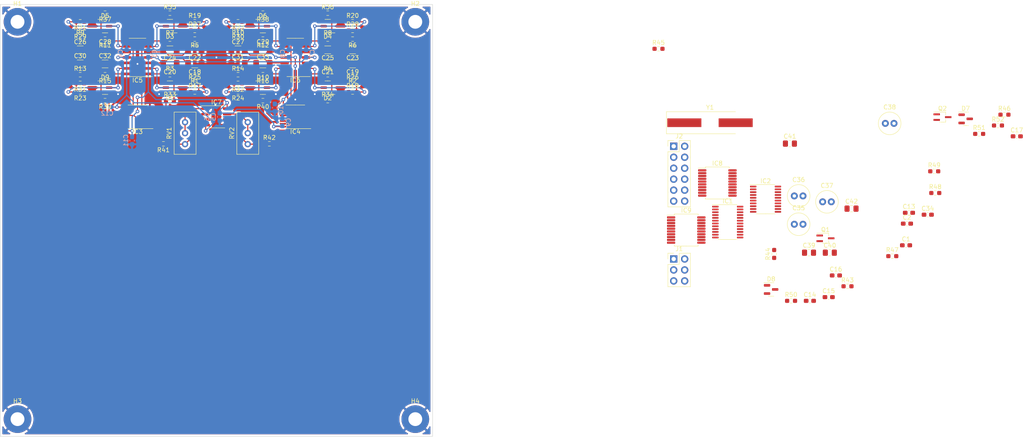
<source format=kicad_pcb>
(kicad_pcb (version 20211014) (generator pcbnew)
  (layers (0 "F.Cu" signal) (31 "B.Cu" signal) (34 "B.Paste" user) (35 "F.Paste" user) (36 "B.SilkS" user "B.Silkscreen") (37 "F.SilkS" user "F.Silkscreen") (38 "B.Mask" user) (39 "F.Mask" user) (44 "Edge.Cuts" user))
  (net 0 "")
  (net 1 "+5VD")
  (net 2 "GND")
  (net 3 "+5VA")
  (net 4 "-5VA")
  (net 5 "Net-(C13-Pad2)")
  (net 6 "Net-(C14-Pad2)")
  (net 7 "+3V3")
  (net 8 "Net-(C18-Pad2)")
  (net 9 "Net-(C19-Pad2)")
  (net 10 "Net-(C20-Pad1)")
  (net 11 "Net-(C21-Pad1)")
  (net 12 "Net-(C22-Pad2)")
  (net 13 "Net-(C23-Pad2)")
  (net 14 "Net-(C24-Pad1)")
  (net 15 "Net-(C25-Pad1)")
  (net 16 "Net-(C26-Pad2)")
  (net 17 "Net-(C27-Pad2)")
  (net 18 "Net-(C28-Pad1)")
  (net 19 "Net-(C29-Pad1)")
  (net 20 "Net-(C30-Pad2)")
  (net 21 "Net-(C31-Pad2)")
  (net 22 "Net-(C32-Pad1)")
  (net 23 "Net-(C33-Pad1)")
  (net 24 "Net-(C34-Pad1)")
  (net 25 "Net-(C34-Pad2)")
  (net 26 "/T1")
  (net 27 "/T1R")
  (net 28 "/T1T")
  (net 29 "/T2")
  (net 30 "/T2R")
  (net 31 "/T2T")
  (net 32 "Net-(D1-Pad1)")
  (net 33 "Net-(D1-Pad3)")
  (net 34 "Net-(D2-Pad1)")
  (net 35 "Net-(D2-Pad3)")
  (net 36 "Net-(D3-Pad1)")
  (net 37 "Net-(D3-Pad3)")
  (net 38 "Net-(D4-Pad1)")
  (net 39 "Net-(D4-Pad3)")
  (net 40 "Net-(D5-Pad1)")
  (net 41 "Net-(D5-Pad3)")
  (net 42 "Net-(D6-Pad1)")
  (net 43 "Net-(D6-Pad3)")
  (net 44 "Net-(D9-Pad1)")
  (net 45 "Net-(D9-Pad3)")
  (net 46 "Net-(D10-Pad1)")
  (net 47 "Net-(D10-Pad3)")
  (net 49 "/A1")
  (net 50 "Net-(IC1-Pad4)")
  (net 51 "Net-(IC1-Pad5)")
  (net 52 "Net-(IC1-Pad6)")
  (net 53 "Net-(IC1-Pad7)")
  (net 54 "Net-(IC1-Pad8)")
  (net 55 "Net-(IC1-Pad9)")
  (net 56 "Net-(IC1-Pad10)")
  (net 57 "Net-(IC1-Pad11)")
  (net 58 "/DA1")
  (net 59 "/DA2")
  (net 60 "/DA3")
  (net 61 "/DA4")
  (net 62 "/DB1")
  (net 63 "/DB2")
  (net 64 "/DB3")
  (net 65 "/DB4")
  (net 66 "/A0")
  (net 67 "/SCL")
  (net 68 "/SDA")
  (net 69 "/620B")
  (net 70 "/480B")
  (net 71 "/440B")
  (net 72 "/350B")
  (net 73 "/620A")
  (net 74 "/480A")
  (net 75 "/440A")
  (net 76 "/350A")
  (net 77 "Net-(IC3-Pad1)")
  (net 78 "Net-(IC3-Pad11)")
  (net 79 "Net-(IC3-Pad4)")
  (net 80 "Net-(IC3-Pad10)")
  (net 81 "Net-(IC3-Pad13)")
  (net 82 "Net-(IC4-Pad1)")
  (net 83 "Net-(IC4-Pad11)")
  (net 84 "Net-(IC4-Pad4)")
  (net 85 "Net-(IC4-Pad10)")
  (net 86 "Net-(IC4-Pad13)")
  (net 87 "Net-(IC7-Pad2)")
  (net 88 "Net-(IC7-Pad6)")
  (net 89 "Net-(IC8-Pad1)")
  (net 90 "Net-(IC8-Pad2)")
  (net 91 "Net-(IC8-Pad3)")
  (net 92 "Net-(IC8-Pad8)")
  (net 93 "/DH1")
  (net 94 "Net-(IC8-Pad18)")
  (net 95 "Net-(IC9-Pad1)")
  (net 96 "Net-(IC9-Pad2)")
  (net 97 "Net-(IC9-Pad3)")
  (net 99 "/DH2")
  (net 100 "Net-(IC9-Pad18)")
  (net 101 "/TI1")
  (net 102 "/TI2")
  (footprint "Package_TO_SOT_SMD:SOT-23" (layer "F.Cu") (at 78.25 36.75)
    (fp_text reference "D10")
    (fp_text value "PMBD7000")
  )
  (footprint "Resistor_SMD:R_0603_1608Metric_Pad0.98x0.95mm_HandSolder" (layer "F.Cu") (at 99 23.5)
    (fp_text reference "R28")
    (fp_text value "4.7k")
  )
  (footprint "Resistor_SMD:R_0603_1608Metric_Pad0.98x0.95mm_HandSolder" (layer "F.Cu") (at 72.5 25.5)
    (fp_text reference "R10")
    (fp_text value "3.32k")
  )
  (footprint "Connector_PinHeader_2.54mm:PinHeader_2x06_P2.54mm_Vertical" (layer "F.Cu") (at 173.26 50.32)
    (fp_text reference "J2")
    (fp_text value "Power + Control")
  )
  (footprint "Resistor_SMD:R_0603_1608Metric_Pad0.98x0.95mm_HandSolder" (layer "F.Cu") (at 55.25 49.75 180)
    (fp_text reference "R41")
    (fp_text value "100k")
  )
  (footprint "Package_SO:SOIC-14_3.9x8.7mm_P1.27mm" (layer "F.Cu") (at 49.25 29.75 180)
    (fp_text reference "IC5")
    (fp_text value "TL074*DT")
  )
  (footprint "Capacitor_SMD:C_1206_3216Metric_Pad1.33x1.80mm_HandSolder" (layer "F.Cu") (at 41.75 28)
    (fp_text reference "C28")
    (fp_text value ".1u")
  )
  (footprint "Potentiometer_THT:Potentiometer_Bourns_3296W_Vertical" (layer "F.Cu") (at 60.25 44.75 90)
    (fp_text reference "RV1")
    (fp_text value "500K")
  )
  (footprint "Resistor_SMD:R_0603_1608Metric_Pad0.98x0.95mm_HandSolder" (layer "F.Cu") (at 72.5 35.75 180)
    (fp_text reference "R32")
    (fp_text value "4.7k")
  )
  (footprint "Resistor_SMD:R_0603_1608Metric_Pad0.98x0.95mm_HandSolder" (layer "F.Cu") (at 78.25 33.75 180)
    (fp_text reference "R16")
    (fp_text value "2.55k")
  )
  (footprint "Capacitor_SMD:C_0603_1608Metric_Pad1.08x0.95mm_HandSolder" (layer "F.Cu") (at 227 73.25)
    (fp_text reference "C1")
    (fp_text value ".1u")
  )
  (footprint "Capacitor_SMD:C_1206_3216Metric_Pad1.33x1.80mm_HandSolder" (layer "F.Cu") (at 62.5 28 180)
    (fp_text reference "C22")
    (fp_text value ".1u")
  )
  (footprint "MountingHole:MountingHole_3.2mm_M3_Pad" (layer "F.Cu") (at 113.5 21.5)
    (fp_text reference "H2")
    (fp_text value "M3")
  )
  (footprint "Resistor_SMD:R_0603_1608Metric_Pad0.98x0.95mm_HandSolder" (layer "F.Cu") (at 196.5 75.25 90)
    (fp_text reference "R44")
    (fp_text value "100k")
  )
  (footprint "Package_SO:TSSOP-16_4.4x5mm_P0.65mm" (layer "F.Cu") (at 49.25 43.5 180)
    (fp_text reference "IC3")
    (fp_text value "74HC4316")
  )
  (footprint "Resistor_SMD:R_0603_1608Metric_Pad0.98x0.95mm_HandSolder" (layer "F.Cu") (at 62.5 37.75)
    (fp_text reference "R17")
    (fp_text value "2.2k")
  )
  (footprint "MountingHole:MountingHole_3.2mm_M3_Pad" (layer "F.Cu") (at 113.5 113.5)
    (fp_text reference "H4")
    (fp_text value "M3")
  )
  (footprint "Resistor_SMD:R_0603_1608Metric_Pad0.98x0.95mm_HandSolder" (layer "F.Cu") (at 62.5 21.5)
    (fp_text reference "R19")
    (fp_text value "2.2k")
  )
  (footprint "Package_TO_SOT_SMD:SOT-23" (layer "F.Cu") (at 93.25 36.75 180)
    (fp_text reference "D2")
    (fp_text value "PMBD7000")
  )
  (footprint "Resistor_SMD:R_0603_1608Metric_Pad0.98x0.95mm_HandSolder" (layer "F.Cu") (at 56.75 25.5)
    (fp_text reference "R7")
    (fp_text value "3.6k")
  )
  (footprint "Capacitor_THT:C_Radial_D5.0mm_H11.0mm_P2.00mm" (layer "F.Cu") (at 201.16 61.82)
    (fp_text reference "C36")
    (fp_text value "2.2u")
  )
  (footprint "Resistor_SMD:R_0603_1608Metric_Pad0.98x0.95mm_HandSolder" (layer "F.Cu") (at 249.76 43)
    (fp_text reference "R46")
    (fp_text value "100k")
  )
  (footprint "Capacitor_SMD:C_0603_1608Metric_Pad1.08x0.95mm_HandSolder" (layer "F.Cu") (at 227.21 68.23)
    (fp_text reference "C2")
    (fp_text value ".1u")
  )
  (footprint "Capacitor_SMD:C_0805_2012Metric_Pad1.18x1.45mm_HandSolder" (layer "F.Cu") (at 209.37 74.96)
    (fp_text reference "C40")
    (fp_text value "10u")
  )
  (footprint "Resistor_SMD:R_0603_1608Metric_Pad0.98x0.95mm_HandSolder" (layer "F.Cu") (at 36 35.75 180)
    (fp_text reference "R31")
    (fp_text value "4.7k")
  )
  (footprint "Package_TO_SOT_SMD:SOT-23" (layer "F.Cu") (at 93.25 22.5 180)
    (fp_text reference "D4")
    (fp_text value "PMBD7000")
  )
  (footprint "Resistor_SMD:R_0603_1608Metric_Pad0.98x0.95mm_HandSolder" (layer "F.Cu") (at 99 25.5 180)
    (fp_text reference "R6")
    (fp_text value "3.6k")
  )
  (footprint "Capacitor_SMD:C_1206_3216Metric_Pad1.33x1.80mm_HandSolder" (layer "F.Cu") (at 93.25 28 180)
    (fp_text reference "C25")
    (fp_text value ".1u")
  )
  (footprint "Package_TO_SOT_SMD:SOT-323_SC-70_Handsoldering" (layer "F.Cu") (at 208.36 71.63)
    (fp_text reference "Q1")
    (fp_text value "XP231N02013R-G")
  )
  (footprint "Resistor_SMD:R_0603_1608Metric_Pad0.98x0.95mm_HandSolder" (layer "F.Cu") (at 169.75 27.75)
    (fp_text reference "R45")
    (fp_text value "100k")
  )
  (footprint "Resistor_SMD:R_0603_1608Metric_Pad0.98x0.95mm_HandSolder" (layer "F.Cu") (at 72.5 37.75 180)
    (fp_text reference "R24")
    (fp_text value "2.2k")
  )
  (footprint "Capacitor_SMD:C_0805_2012Metric_Pad1.18x1.45mm_HandSolder" (layer "F.Cu") (at 214.39 64.76)
    (fp_text reference "C42")
    (fp_text value "10u")
  )
  (footprint "Capacitor_SMD:C_0603_1608Metric_Pad1.08x0.95mm_HandSolder" (layer "F.Cu") (at 252.61 48.02)
    (fp_text reference "C17")
    (fp_text value ".1u")
  )
  (footprint "Resistor_SMD:R_0603_1608Metric_Pad0.98x0.95mm_HandSolder" (layer "F.Cu") (at 41.75 25.5 180)
    (fp_text reference "R11")
    (fp_text value "3.32k")
  )
  (footprint "Resistor_SMD:R_0603_1608Metric_Pad0.98x0.95mm_HandSolder" (layer "F.Cu") (at 41.75 19.5 180)
    (fp_text reference "R37")
    (fp_text value "100k")
  )
  (footprint "Capacitor_SMD:C_0603_1608Metric_Pad1.08x0.95mm_HandSolder" (layer "F.Cu") (at 209.11 85.25)
    (fp_text reference "C15")
    (fp_text value ".1u")
  )
  (footprint "MountingHole:MountingHole_3.2mm_M3_Pad" (layer "F.Cu") (at 21.5 21.5)
    (fp_text reference "H1")
    (fp_text value "M3")
  )
  (footprint "Package_SO:TSSOP-24_4.4x7.8mm_P0.65mm" (layer "F.Cu") (at 185.76 67.87)
    (fp_text reference "IC1")
    (fp_text value "XRA1203IG24TR-F")
  )
  (footprint "Resistor_SMD:R_0603_1608Metric_Pad0.98x0.95mm_HandSolder" (layer "F.Cu") (at 93.25 39.75)
    (fp_text reference "R34")
    (fp_text value "100k")
  )
  (footprint "Package_TO_SOT_SMD:SOT-323_SC-70_Handsoldering" (layer "F.Cu") (at 235.42 43.57)
    (fp_text reference "Q2")
    (fp_text value "XP231N02013R-G")
  )
  (footprint "Resistor_SMD:R_0603_1608Metric_Pad0.98x0.95mm_HandSolder" (layer "F.Cu") (at 62.5 33.75 180)
    (fp_text reference "R1")
    (fp_text value "4.53k")
  )
  (footprint "Capacitor_SMD:C_1206_3216Metric_Pad1.33x1.80mm_HandSolder" (layer "F.Cu") (at 78.25 28)
    (fp_text reference "C29")
    (fp_text value ".1u")
  )
  (footprint "Package_SO:SSOP-20_5.3x7.2mm_P0.65mm" (layer "F.Cu") (at 183.36 58.82)
    (fp_text reference "IC8")
    (fp_text value "MT8870DN1")
  )
  (footprint "Capacitor_SMD:C_1206_3216Metric_Pad1.33x1.80mm_HandSolder" (layer "F.Cu") (at 36 28)
    (fp_text reference "C26")
    (fp_text value ".1u")
  )
  (footprint "Package_TO_SOT_SMD:SOT-23" (layer "F.Cu") (at 240.79 43.97)
    (fp_text reference "D7")
    (fp_text value "PMBD7000")
  )
  (footprint "Package_SO:TSSOP-20_4.4x6.5mm_P0.65mm" (layer "F.Cu") (at 194.51 62.57)
    (fp_text reference "IC2")
    (fp_text value "NXB0108PWJ")
  )
  (footprint "Capacitor_SMD:C_1206_3216Metric_Pad1.33x1.80mm_HandSolder" (layer "F.Cu") (at 62.5 31.25 180)
    (fp_text reference "C18")
    (fp_text value ".1u")
  )
  (footprint "Resistor_SMD:R_0603_1608Metric_Pad0.98x0.95mm_HandSolder" (layer "F.Cu") (at 56.75 19.5)
    (fp_text reference "R35")
    (fp_text value "100k")
  )
  (footprint "Resistor_SMD:R_0603_1608Metric_Pad0.98x0.95mm_HandSolder" (layer "F.Cu") (at 62.5 35.75)
    (fp_text reference "R25")
    (fp_text value "4.7k")
  )
  (footprint "Capacitor_SMD:C_0603_1608Metric_Pad1.08x0.95mm_HandSolder" (layer "F.Cu") (at 232.02 66.16)
    (fp_text reference "C34")
    (fp_text value "30p")
  )
  (footprint "Package_TO_SOT_SMD:SOT-23" (layer "F.Cu") (at 56.75 36.75 180)
    (fp_text reference "D1")
    (fp_text value "PMBD7000")
  )
  (footprint "Resistor_SMD:R_0603_1608Metric_Pad0.98x0.95mm_HandSolder" (layer "F.Cu") (at 213.46 82.74)
    (fp_text reference "R43")
    (fp_text value "100k")
  )
  (footprint "Resistor_SMD:R_0603_1608Metric_Pad0.98x0.95mm_HandSolder" (layer "F.Cu") (at 200.41 86.11)
    (fp_text reference "R50")
    (fp_text value "10k")
  )
  (footprint "Resistor_SMD:R_0603_1608Metric_Pad0.98x0.95mm_HandSolder" (layer "F.Cu") (at 93.25 19.5)
    (fp_text reference "R36")
    (fp_text value "100k")
  )
  (footprint "Resistor_SMD:R_0603_1608Metric_Pad0.98x0.95mm_HandSolder" (layer "F.Cu") (at 248.26 45.51)
    (fp_text reference "R52")
    (fp_text value "10k")
  )
  (footprint "Resistor_SMD:R_0603_1608Metric_Pad0.98x0.95mm_HandSolder" (layer "F.Cu") (at 36 23.5 180)
    (fp_text reference "R29")
    (fp_text value "4.7k")
  )
  (footprint "Capacitor_SMD:C_0805_2012Metric_Pad1.18x1.45mm_HandSolder" (layer "F.Cu") (at 200.14 49.7)
    (fp_text reference "C41")
    (fp_text value "10u")
  )
  (footprint "Package_SO:SSOP-20_5.3x7.2mm_P0.65mm" (layer "F.Cu") (at 176.16 69.72)
    (fp_text reference "IC9")
    (fp_text value "MT8870DN1")
  )
  (footprint "Package_SO:SOIC-14_3.9x8.7mm_P1.27mm" (layer "F.Cu") (at 85.75 29.75 180)
    (fp_text reference "IC6")
    (fp_text value "TL074*DT")
  )
  (footprint "Package_TO_SOT_SMD:SOT-23" (layer "F.Cu") (at 78.25 22.5)
    (fp_text reference "D6")
    (fp_text value "PMBD7000")
  )
  (footprint "Package_SO:TSSOP-16_4.4x5mm_P0.65mm" (layer "F.Cu") (at 85.75 43.5 180)
    (fp_text reference "IC4")
    (fp_text value "74HC4316")
  )
  (footprint "Resistor_SMD:R_0603_1608Metric_Pad0.98x0.95mm_HandSolder" (layer "F.Cu") (at 72.5 23.5 180)
    (fp_text reference "R30")
    (fp_text value "4.7k")
  )
  (footprint "Capacitor_SMD:C_1206_3216Metric_Pad1.33x1.80mm_HandSolder" (layer "F.Cu") (at 56.75 31.25 180)
    (fp_text reference "C20")
    (fp_text value ".1u")
  )
  (footprint "Resistor_SMD:R_0603_1608Metric_Pad0.98x0.95mm_HandSolder" (layer "F.Cu") (at 93.25 25.5)
    (fp_text reference "R8")
    (fp_text value "3.6k")
  )
  (footprint "Resistor_SMD:R_0603_1608Metric_Pad0.98x0.95mm_HandSolder" (layer "F.Cu") (at 78.25 39.75 180)
    (fp_text reference "R40")
    (fp_text value "100k")
  )
  (footprint "Resistor_SMD:R_0603_1608Metric_Pad0.98x0.95mm_HandSolder" (layer "F.Cu") (at 93.25 33.75)
    (fp_text reference "R4")
    (fp_text value "4.53k")
  )
  (footprint "Capacitor_SMD:C_1206_3216Metric_Pad1.33x1.80mm_HandSolder" (layer "F.Cu") (at 36 31.25)
    (fp_text reference "C30")
    (fp_text value ".1u")
  )
  (footprint "Resistor_SMD:R_0603_1608Metric_Pad0.98x0.95mm_HandSolder" (layer "F.Cu") (at 78.25 25.5 180)
    (fp_text reference "R12")
    (fp_text value "3.32k")
  )
  (footprint "Resistor_SMD:R_0603_1608Metric_Pad0.98x0.95mm_HandSolder" (layer "F.Cu") (at 56.75 33.75)
    (fp_text reference "R3")
    (fp_text value "4.53k")
  )
  (footprint "Capacitor_THT:C_Radial_D5.0mm_H11.0mm_P2.00mm" (layer "F.Cu") (at 222.21 45.02)
    (fp_text reference "C38")
    (fp_text value "2.2u")
  )
  (footprint "Resistor_SMD:R_0603_1608Metric_Pad0.98x0.95mm_HandSolder" (layer "F.Cu") (at 223.82 75.76)
    (fp_text reference "R47")
    (fp_text value "300k")
  )
  (footprint "Package_TO_SOT_SMD:SOT-23" (layer "F.Cu") (at 195.79 83.47)
    (fp_text reference "D8")
    (fp_text value "PMBD7000")
  )
  (footprint "Capacitor_SMD:C_0603_1608Metric_Pad1.08x0.95mm_HandSolder" (layer "F.Cu") (at 227.67 65.72)
    (fp_text reference "C13")
    (fp_text value ".1u")
  )
  (footprint "MountingHole:MountingHole_3.2mm_M3_Pad" (layer "F.Cu") (at 21.5 113.5)
    (fp_text reference "H3")
    (fp_text value "M3")
  )
  (footprint "Capacitor_SMD:C_1206_3216Metric_Pad1.33x1.80mm_HandSolder" (layer "F.Cu") (at 99 28 180)
    (fp_text reference "C23")
    (fp_text value ".1u")
  )
  (footprint "Resistor_SMD:R_0603_1608Metric_Pad0.98x0.95mm_HandSolder" (layer "F.Cu") (at 62.5 25.5 180)
    (fp_text reference "R5")
    (fp_text value "3.6k")
  )
  (footprint "Resistor_SMD:R_0603_1608Metric_Pad0.98x0.95mm_HandSolder" (layer "F.Cu") (at 41.75 33.75 180)
    (fp_text reference "R15")
    (fp_text value "2.55k")
  )
  (footprint "Capacitor_THT:C_Radial_D5.0mm_H11.0mm_P2.00mm" (layer "F.Cu") (at 201.16 68.37)
    (fp_text reference "C35")
    (fp_text value "2.2u")
  )
  (footprint "Resistor_SMD:R_0603_1608Metric_Pad0.98x0.95mm_HandSolder" (layer "F.Cu") (at 72.5 21.5 180)
    (fp_text reference "R22")
    (fp_text value "2.2k")
  )
  (footprint "Resistor_SMD:R_0603_1608Metric_Pad0.98x0.95mm_HandSolder" (layer "F.Cu") (at 99 33.75 180)
    (fp_text reference "R2")
    (fp_text value "4.53k")
  )
  (footprint "Resistor_SMD:R_0603_1608Metric_Pad0.98x0.95mm_HandSolder" (layer "F.Cu") (at 41.75 39.75 180)
    (fp_text reference "R39")
    (fp_text value "100k")
  )
  (footprint "Capacitor_SMD:C_1206_3216Metric_Pad1.33x1.80mm_HandSolder" (layer "F.Cu") (at 99 31.25 180)
    (fp_text reference "C19")
    (fp_text value ".1u")
  )
  (footprint "Resistor_SMD:R_0603_1608Metric_Pad0.98x0.95mm_HandSolder" (layer "F.Cu") (at 99 37.75)
    (fp_text reference "R18")
    (fp_text value "2.2k")
  )
  (footprint "Resistor_SMD:R_0603_1608Metric_Pad0.98x0.95mm_HandSolder" (layer "F.Cu") (at 79.75 49.75)
    (fp_text reference "R42")
    (fp_text value "100k")
  )
  (footprint "Crystal:Crystal_SMD_HC49-SD_HandSoldering" (layer "F.Cu") (at 181.66 44.87)
    (fp_text reference "Y1")
    (fp_text value "3.579545 MHz")
  )
  (footprint "Package_SO:SOIC-8_3.9x4.9mm_P1.27mm" (layer "F.Cu") (at 67.5 43.5)
    (fp_text reference "IC7")
    (fp_text value "TL072")
  )
  (footprint "Capacitor_SMD:C_1206_3216Metric_Pad1.33x1.80mm_HandSolder" (layer "F.Cu") (at 41.75 31.25)
    (fp_text reference "C32")
    (fp_text value ".1u")
  )
  (footprint "Capacitor_SMD:C_1206_3216Metric_Pad1.33x1.80mm_HandSolder" (layer "F.Cu") (at 78.25 31.25)
    (fp_text reference "C33")
    (fp_text value ".1u")
  )
  (footprint "Package_TO_SOT_SMD:SOT-23" (layer "F.Cu") (at 41.75 36.75)
    (fp_text reference "D9")
    (fp_text value "PMBD7000")
  )
  (footprint "Capacitor_SMD:C_0805_2012Metric_Pad1.18x1.45mm_HandSolder" (layer "F.Cu") (at 204.56 74.96)
    (fp_text reference "C39")
    (fp_text value "10u")
  )
  (footprint "Connector_PinHeader_2.54mm:PinHeader_2x03_P2.54mm_Vertical" (layer "F.Cu") (at 173.26 76.42)
    (fp_text reference "J1")
    (fp_text value "Tone Bus")
  )
  (footprint "Package_TO_SOT_SMD:SOT-23" (layer "F.Cu") (at 41.75 22.5)
    (fp_text reference "D5")
    (fp_text value "PMBD7000")
  )
  (footprint "Resistor_SMD:R_0603_1608Metric_Pad0.98x0.95mm_HandSolder" (layer "F.Cu") (at 72.5 33.75)
    (fp_text reference "R14")
    (fp_text value "2.55k")
  )
  (footprint "Capacitor_THT:C_Radial_D5.0mm_H11.0mm_P2.00mm" (layer "F.Cu") (at 207.71 63.18)
    (fp_text reference "C37")
    (fp_text value "2.2u")
  )
  (footprint "Resistor_SMD:R_0603_1608Metric_Pad0.98x0.95mm_HandSolder" (layer "F.Cu") (at 62.5 23.5)
    (fp_text reference "R27")
    (fp_text value "4.7k")
  )
  (footprint "Resistor_SMD:R_0603_1608Metric_Pad0.98x0.95mm_HandSolder" (layer "F.Cu") (at 99 35.75)
    (fp_text reference "R26")
    (fp_text value "4.7k")
  )
  (footprint "Resistor_SMD:R_0603_1608Metric_Pad0.98x0.95mm_HandSolder" (layer "F.Cu") (at 78.25 19.5 180)
    (fp_text reference "R38")
    (fp_text value "100k")
  )
  (footprint "Resistor_SMD:R_0603_1608Metric_Pad0.98x0.95mm_HandSolder" (layer "F.Cu") (at 36 37.75 180)
    (fp_text reference "R23")
    (fp_text value "2.2k")
  )
  (footprint "Capacitor_SMD:C_0603_1608Metric_Pad1.08x0.95mm_HandSolder" (layer "F.Cu") (at 204.76 86.11)
    (fp_text reference "C14")
    (fp_text value ".1u")
  )
  (footprint "Resistor_SMD:R_0603_1608Metric_Pad0.98x0.95mm_HandSolder" (layer "F.Cu") (at 233.76 61.14)
    (fp_text reference "R48")
    (fp_text value "300k")
  )
  (footprint "Package_TO_SOT_SMD:SOT-23" (layer "F.Cu") (at 56.75 22.5 180)
    (fp_text reference "D3")
    (fp_text value "PMBD7000")
  )
  (footprint "Resistor_SMD:R_0603_1608Metric_Pad0.98x0.95mm_HandSolder" (layer "F.Cu") (at 233.52 56.12)
    (fp_text reference "R49")
    (fp_text value "10k")
  )
  (footprint "Resistor_SMD:R_0603_1608Metric_Pad0.98x0.95mm_HandSolder" (layer "F.Cu") (at 36 21.5 180)
    (fp_text reference "R21")
    (fp_text value "2.2k")
  )
  (footprint "Capacitor_SMD:C_1206_3216Metric_Pad1.33x1.80mm_HandSolder" (layer "F.Cu") (at 72.5 31.25)
    (fp_text reference "C31")
    (fp_text value ".1u")
  )
  (footprint "Capacitor_SMD:C_1206_3216Metric_Pad1.33x1.80mm_HandSolder" (layer "F.Cu") (at 56.75 28 180)
    (fp_text reference "C24")
    (fp_text value ".1u")
  )
  (footprint "Resistor_SMD:R_0603_1608Metric_Pad0.98x0.95mm_HandSolder" (layer "F.Cu") (at 36 33.75)
    (fp_text reference "R13")
    (fp_text value "2.55k")
  )
  (footprint "Potentiometer_THT:Potentiometer_Bourns_3296W_Vertical" (layer "F.Cu") (at 74.75 44.75 90)
    (fp_text reference "RV2")
    (fp_text value "500K")
  )
  (footprint "Resistor_SMD:R_0603_1608Metric_Pad0.98x0.95mm_HandSolder" (layer "F.Cu") (at 99 21.5)
    (fp_text reference "R20")
    (fp_text value "2.2k")
  )
  (footprint "Resistor_SMD:R_0603_1608Metric_Pad0.98x0.95mm_HandSolder" (layer "F.Cu") (at 36 25.5)
    (fp_text reference "R9")
    (fp_text value "3.32k")
  )
  (footprint "Resistor_SMD:R_0603_1608Metric_Pad0.98x0.95mm_HandSolder" (layer "F.Cu") (at 243.91 47.45)
    (fp_text reference "R51")
    (fp_text value "10k")
  )
  (footprint "Capacitor_SMD:C_0603_1608Metric_Pad1.08x0.95mm_HandSolder" (layer "F.Cu") (at 210.77 80.23)
    (fp_text reference "C16")
    (fp_text value ".1u")
  )
  (footprint "Capacitor_SMD:C_1206_3216Metric_Pad1.33x1.80mm_HandSolder" (layer "F.Cu") (at 72.5 28)
    (fp_text reference "C27")
    (fp_text value ".1u")
  )
  (footprint "Resistor_SMD:R_0603_1608Metric_Pad0.98x0.95mm_HandSolder" (layer "F.Cu") (at 56.75 39.75)
    (fp_text reference "R33")
    (fp_text value "100k")
  )
  (footprint "Capacitor_SMD:C_1206_3216Metric_Pad1.33x1.80mm_HandSolder" (layer "F.Cu") (at 93.25 31.25 180)
    (fp_text reference "C21")
    (fp_text value ".1u")
  )
  (footprint "Capacitor_SMD:C_0603_1608Metric_Pad1.08x0.95mm_HandSolder" (layer "B.Cu") (at 88.25 28.85 90)
    (fp_text reference "C7")
    (fp_text value ".1u")
  )
  (footprint "Capacitor_SMD:C_0603_1608Metric_Pad1.08x0.95mm_HandSolder" (layer "B.Cu") (at 42.25 41.25)
    (fp_text reference "C12")
    (fp_text value ".1u")
  )
  (footprint "Capacitor_SMD:C_0603_1608Metric_Pad1.08x0.95mm_HandSolder" (layer "B.Cu") (at 48 49 -90)
    (fp_text reference "C11")
    (fp_text value ".1u")
  )
  (footprint "Capacitor_SMD:C_0603_1608Metric_Pad1.08x0.95mm_HandSolder" (layer "B.Cu") (at 84.25 28.85 -90)
    (fp_text reference "C8")
    (fp_text value ".1u")
  )
  (footprint "Capacitor_SMD:C_0603_1608Metric_Pad1.08x0.95mm_HandSolder" (layer "B.Cu") (at 66.75 43.5 -90)
    (fp_text reference "C6")
    (fp_text value ".1u")
  )
  (footprint "Capacitor_SMD:C_0603_1608Metric_Pad1.08x0.95mm_HandSolder" (layer "B.Cu") (at 82.75 44.75 90)
    (fp_text reference "C9")
    (fp_text value ".1u")
  )
  (footprint "Capacitor_SMD:C_0603_1608Metric_Pad1.08x0.95mm_HandSolder" (layer "B.Cu") (at 68.25 43.5 -90)
    (fp_text reference "C5")
    (fp_text value ".1u")
  )
  (footprint "Capacitor_SMD:C_0603_1608Metric_Pad1.08x0.95mm_HandSolder" (layer "B.Cu") (at 46.75 28.85 -90)
    (fp_text reference "C4")
    (fp_text value ".1u")
  )
  (footprint "Capacitor_SMD:C_0603_1608Metric_Pad1.08x0.95mm_HandSolder" (layer "B.Cu") (at 81 41.3875 90)
    (fp_text reference "C10")
    (fp_text value ".1u")
  )
  (footprint "Capacitor_SMD:C_0603_1608Metric_Pad1.08x0.95mm_HandSolder" (layer "B.Cu") (at 51.75 28.85 90)
    (fp_text reference "C3")
    (fp_text value ".1u")
  )
  (gr_rect (start 17.5 17.5) (end 117.5 117.5) (layer "Edge.Cuts") (width 0.1) (fill none))
  (via (at 81.25 38.25) (size 0.8) (drill 0.4) (layers "F.Cu" "B.Cu") (net 2))
  (via (at 67.25 40.75) (size 0.8) (drill 0.4) (layers "F.Cu" "B.Cu") (net 2))
  (via (at 81.25 38.25) (size 0.8) (drill 0.4) (layers "F.Cu" "B.Cu") (net 2))
  (via (at 90.25 38.25) (size 0.8) (drill 0.4) (layers "F.Cu" "B.Cu") (net 2))
  (via (at 44.75 38.25) (size 0.8) (drill 0.4) (layers "F.Cu" "B.Cu") (net 2))
  (via (at 54.25 38.25) (size 0.8) (drill 0.4) (layers "F.Cu" "B.Cu") (net 2))
  (via (at 49.25 31.25) (size 0.8) (drill 0.4) (layers "F.Cu" "B.Cu") (net 2))
  (via (at 85.75 39.5) (size 0.8) (drill 0.4) (layers "F.Cu" "B.Cu") (net 2))
  (via (at 67.5 29.75) (size 0.8) (drill 0.4) (layers "F.Cu" "B.Cu") (net 2))
  (segment (start 51.725 29.75) (end 53.75 29.75) (width 0.25) (layer "F.Cu") (net 3))
  (segment (start 49.25 39) (end 49.25 42.25) (width 0.25) (layer "F.Cu") (net 3))
  (segment (start 80.75 45.75) (end 82.8625 45.75) (width 0.25) (layer "F.Cu") (net 3))
  (segment (start 48 46.75) (end 46.75 46.75) (width 0.25) (layer "F.Cu") (net 3))
  (segment (start 69.975 40.275) (end 69.975 41.595) (width 0.25) (layer "F.Cu") (net 3))
  (segment (start 88.225 29.75) (end 90.25 29.75) (width 0.25) (layer "F.Cu") (net 3))
  (segment (start 46.3875 46.3875) (end 46.3875 45.775) (width 0.25) (layer "F.Cu") (net 3))
  (segment (start 70 40.25) (end 69.975 40.275) (width 0.25) (layer "F.Cu") (net 3))
  (segment (start 46.75 46.75) (end 46.3875 46.3875) (width 0.25) (layer "F.Cu") (net 3))
  (segment (start 82.8625 45.75) (end 82.8875 45.775) (width 0.25) (layer "F.Cu") (net 3))
  (via (at 48 46.75) (size 0.8) (drill 0.4) (layers "F.Cu" "B.Cu") (net 3))
  (via (at 53.75 29.75) (size 0.8) (drill 0.4) (layers "F.Cu" "B.Cu") (net 3))
  (via (at 70 40.25) (size 0.8) (drill 0.4) (layers "F.Cu" "B.Cu") (net 3))
  (via (at 49.25 39) (size 0.8) (drill 0.4) (layers "F.Cu" "B.Cu") (net 3))
  (via (at 49.25 42.25) (size 0.8) (drill 0.4) (layers "F.Cu" "B.Cu") (net 3))
  (via (at 90.25 29.75) (size 0.8) (drill 0.4) (layers "F.Cu" "B.Cu") (net 3))
  (via (at 80.75 45.75) (size 0.8) (drill 0.4) (layers "F.Cu" "B.Cu") (net 3))
  (segment (start 90.225 29.725) (end 90.25 29.75) (width 0.25) (layer "B.Cu") (net 3))
  (segment (start 51.775 29.75) (end 51.75 29.725) (width 0.25) (layer "B.Cu") (net 3))
  (segment (start 70 40.25) (end 69.25 39.5) (width 0.25) (layer "B.Cu") (net 3))
  (segment (start 49.25 42.25) (end 48 43.5) (width 0.25) (layer "B.Cu") (net 3))
  (segment (start 50.5 39) (end 49.25 39) (width 0.25) (layer "B.Cu") (net 3))
  (segment (start 51.75 37.75) (end 50.5 39) (width 0.25) (layer "B.Cu") (net 3))
  (segment (start 88.25 29.725) (end 90.225 29.725) (width 0.25) (layer "B.Cu") (net 3))
  (segment (start 53.5 39.5) (end 51.75 37.75) (width 0.25) (layer "B.Cu") (net 3))
  (segment (start 53.75 29.75) (end 51.775 29.75) (width 0.25) (layer "B.Cu") (net 3))
  (segment (start 72 42) (end 72.25 41.75) (width 0.25) (layer "B.Cu") (net 3))
  (segment (start 69.25 39.5) (end 53.5 39.5) (width 0.25) (layer "B.Cu") (net 3))
  (segment (start 48 46.75) (end 48 48.1375) (width 0.25) (layer "B.Cu") (net 3))
  (segment (start 54.75 30.75) (end 53.75 29.75) (width 0.25) (layer "B.Cu") (net 3))
  (segment (start 71.3625 42.6375) (end 72 42) (width 0.25) (layer "B.Cu") (net 3))
  (segment (start 77.5 41.75) (end 80.75 45) (width 0.25) (layer "B.Cu") (net 3))
  (segment (start 70.1125 42.6375) (end 71.3625 42.6375) (width 0.25) (layer "B.Cu") (net 3))
  (segment (start 70 40.25) (end 68.25 42) (width 0.25) (layer "B.Cu") (net 3))
  (segment (start 80.75 45) (end 80.75 45.75) (width 0.25) (layer "B.Cu") (net 3))
  (segment (start 80.8875 45.6125) (end 80.75 45.75) (width 0.25) (layer "B.Cu") (net 3))
  (segment (start 68.25 42) (end 68.25 42.6375) (width 0.25) (layer "B.Cu") (net 3))
  (segment (start 48 43.5) (end 48 46.75) (width 0.25) (layer "B.Cu") (net 3))
  (segment (start 72.25 41.75) (end 77.5 41.75) (width 0.25) (layer "B.Cu") (net 3))
  (segment (start 88.25 29.7125) (end 87.2125 30.75) (width 0.25) (layer "B.Cu") (net 3))
  (segment (start 68.25 42.6375) (end 70.1125 42.6375) (width 0.25) (layer "B.Cu") (net 3))
  (segment (start 51.75 37.75) (end 51.75 29.7125) (width 0.25) (layer "B.Cu") (net 3))
  (segment (start 87.2125 30.75) (end 54.75 30.75) (width 0.25) (layer "B.Cu") (net 3))
  (segment (start 82.75 45.6125) (end 80.8875 45.6125) (width 0.25) (layer "B.Cu") (net 3))
  (segment (start 83.275 29.75) (end 81.25 29.75) (width 0.25) (layer "F.Cu") (net 4))
  (segment (start 83 41.1125) (end 82.8875 41.225) (width 0.25) (layer "F.Cu") (net 4))
  (segment (start 85.75 29.75) (end 85.75 31.75) (width 0.25) (layer "F.Cu") (net 4))
  (segment (start 46.775 29.75) (end 44.75 29.75) (width 0.25) (layer "F.Cu") (net 4))
  (segment (start 83 39.5) (end 83 41.1125) (width 0.25) (layer "F.Cu") (net 4))
  (segment (start 65.025 45.405) (end 65.025 46.725) (width 0.25) (layer "F.Cu") (net 4))
  (segment (start 46.3625 41.25) (end 46.3875 41.225) (width 0.25) (layer "F.Cu") (net 4))
  (segment (start 65.025 46.725) (end 65 46.75) (width 0.25) (layer "F.Cu") (net 4))
  (segment (start 44.5 41.25) (end 46.3625 41.25) (width 0.25) (layer "F.Cu") (net 4))
  (via (at 65 46.75) (size 0.8) (drill 0.4) (layers "F.Cu" "B.Cu") (net 4))
  (via (at 81.25 29.75) (size 0.8) (drill 0.4) (layers "F.Cu" "B.Cu") (net 4))
  (via (at 85.75 29.75) (size 0.8) (drill 0.4) (layers "F.Cu" "B.Cu") (net 4))
  (via (at 44.5 41.25) (size 0.8) (drill 0.4) (layers "F.Cu" "B.Cu") (net 4))
  (via (at 83 39.5) (size 0.8) (drill 0.4) (layers "F.Cu" "B.Cu") (net 4))
  (via (at 44.75 29.75) (size 0.8) (drill 0.4) (layers "F.Cu" "B.Cu") (net 4))
  (via (at 85.75 31.75) (size 0.8) (drill 0.4) (layers "F.Cu" "B.Cu") (net 4))
  (segment (start 44.5 41.25) (end 43.1125 41.25) (width 0.25) (layer "B.Cu") (net 4))
  (segment (start 62.25 40.25) (end 48.5 40.25) (width 0.25) (layer "B.Cu") (net 4))
  (segment (start 46.75 38.5) (end 44.5 40.75) (width 0.25) (layer "B.Cu") (net 4))
  (segment (start 66.3625 44.3625) (end 62.25 40.25) (width 0.25) (layer "B.Cu") (net 4))
  (segment (start 80.35048 28.85048) (end 47.61202 28.85048) (width 0.25) (layer "B.Cu") (net 4))
  (segment (start 46.75 38.5) (end 46.75 29.7125) (width 0.25) (layer "B.Cu") (net 4))
  (segment (start 65 46.75) (end 66.75 45) (width 0.25) (layer "B.Cu") (net 4))
  (segment (start 66.75 45) (end 66.75 44.3625) (width 0.25) (layer "B.Cu") (net 4))
  (segment (start 47.61202 28.85048) (end 46.75 29.7125) (width 0.25) (layer "B.Cu") (net 4))
  (segment (start 85.7125 29.7125) (end 85.75 29.75) (width 0.25) (layer "B.Cu") (net 4))
  (segment (start 84.25 29.7125) (end 85.7125 29.7125) (width 0.25) (layer "B.Cu") (net 4))
  (segment (start 48.5 40.25) (end 46.75 38.5) (width 0.25) (layer "B.Cu") (net 4))
  (segment (start 81 40.525) (end 81.975 40.525) (width 0.25) (layer "B.Cu") (net 4))
  (segment (start 44.5 40.75) (end 44.5 41.25) (width 0.25) (layer "B.Cu") (net 4))
  (segment (start 46.725 29.75) (end 46.75 29.725) (width 0.25) (layer "B.Cu") (net 4))
  (segment (start 66.75 44.3625) (end 66.3625 44.3625) (width 0.25) (layer "B.Cu") (net 4))
  (segment (start 85.75 36.75) (end 83 39.5) (width 0.25) (layer "B.Cu") (net 4))
  (segment (start 85.75 31.75) (end 85.75 36.75) (width 0.25) (layer "B.Cu") (net 4))
  (segment (start 84.25 29.725) (end 81.275 29.725) (width 0.25) (layer "B.Cu") (net 4))
  (segment (start 81.275 29.725) (end 81.25 29.75) (width 0.25) (layer "B.Cu") (net 4))
  (segment (start 44.75 29.75) (end 46.725 29.75) (width 0.25) (layer "B.Cu") (net 4))
  (segment (start 81.25 29.75) (end 80.35048 28.85048) (width 0.25) (layer "B.Cu") (net 4))
  (segment (start 81.975 40.525) (end 83 39.5) (width 0.25) (layer "B.Cu") (net 4))
  (segment (start 60.9375 31.25) (end 60.9375 33.1) (width 0.25) (layer "F.Cu") (net 8))
  (segment (start 59.71298 30.02548) (end 60.9375 31.25) (width 0.25) (layer "F.Cu") (net 8))
  (segment (start 55.1875 31.25) (end 56.41202 30.02548) (width 0.25) (layer "F.Cu") (net 8))
  (segment (start 51.725 31.02) (end 54.9575 31.02) (width 0.25) (layer "F.Cu") (net 8))
  (segment (start 60.9375 33.1) (end 61.5875 33.75) (width 0.25) (layer "F.Cu") (net 8))
  (segment (start 56.41202 30.02548) (end 59.71298 30.02548) (width 0.25) (layer "F.Cu") (net 8))
  (segment (start 54.9575 31.02) (end 55.1875 31.25) (width 0.25) (layer "F.Cu") (net 8))
  (segment (start 88.225 31.02) (end 91.4575 31.02) (width 0.25) (layer "F.Cu") (net 9))
  (segment (start 97.4375 31.25) (end 97.4375 33.1) (width 0.25) (layer "F.Cu") (net 9))
  (segment (start 91.6875 31.25) (end 92.91202 30.02548) (width 0.25) (layer "F.Cu") (net 9))
  (segment (start 91.4575 31.02) (end 91.6875 31.25) (width 0.25) (layer "F.Cu") (net 9))
  (segment (start 92.91202 30.02548) (end 96.21298 30.02548) (width 0.25) (layer "F.Cu") (net 9))
  (segment (start 96.21298 30.02548) (end 97.4375 31.25) (width 0.25) (layer "F.Cu") (net 9))
  (segment (start 97.4375 33.1) (end 98.0875 33.75) (width 0.25) (layer "F.Cu") (net 9))
  (segment (start 58.3125 31.25) (end 58.3125 33.1) (width 0.25) (layer "F.Cu") (net 10))
  (segment (start 58.3125 33.1) (end 57.6625 33.75) (width 0.25) (layer "F.Cu") (net 10))
  (segment (start 94.8125 31.25) (end 94.8125 33.1) (width 0.25) (layer "F.Cu") (net 11))
  (segment (start 94.8125 33.1) (end 94.1625 33.75) (width 0.25) (layer "F.Cu") (net 11))
  (segment (start 54.7075 28.48) (end 55.1875 28) (width 0.25) (layer "F.Cu") (net 12))
  (segment (start 51.725 28.48) (end 54.7075 28.48) (width 0.25) (layer "F.Cu") (net 12))
  (segment (start 55.1875 28) (end 56.4375 29.25) (width 0.25) (layer "F.Cu") (net 12))
  (segment (start 60.9375 28) (end 60.9375 26.15) (width 0.25) (layer "F.Cu") (net 12))
  (segment (start 56.4375 29.25) (end 59.6875 29.25) (width 0.25) (layer "F.Cu") (net 12))
  (segment (start 59.6875 29.25) (end 60.9375 28) (width 0.25) (layer "F.Cu") (net 12))
  (segment (start 60.9375 26.15) (end 61.5875 25.5) (width 0.25) (layer "F.Cu") (net 12))
  (segment (start 91.2075 28.48) (end 91.6875 28) (width 0.25) (layer "F.Cu") (net 13))
  (segment (start 97.4375 28) (end 97.4375 26.15) (width 0.25) (layer "F.Cu") (net 13))
  (segment (start 97.4375 26.15) (end 98.0875 25.5) (width 0.25) (layer "F.Cu") (net 13))
  (segment (start 91.6875 28) (end 92.91202 29.22452) (width 0.25) (layer "F.Cu") (net 13))
  (segment (start 88.225 28.48) (end 91.2075 28.48) (width 0.25) (layer "F.Cu") (net 13))
  (segment (start 96.21298 29.22452) (end 97.4375 28) (width 0.25) (layer "F.Cu") (net 13))
  (segment (start 92.91202 29.22452) (end 96.21298 29.22452) (width 0.25) (layer "F.Cu") (net 13))
  (segment (start 58.3125 26.15) (end 57.6625 25.5) (width 0.25) (layer "F.Cu") (net 14))
  (segment (start 58.3125 28) (end 58.3125 26.15) (width 0.25) (layer "F.Cu") (net 14))
  (segment (start 94.8125 28) (end 94.8125 26.15) (width 0.25) (layer "F.Cu") (net 15))
  (segment (start 94.8125 26.15) (end 94.1625 25.5) (width 0.25) (layer "F.Cu") (net 15))
  (segment (start 37.5625 26.15) (end 36.9125 25.5) (width 0.25) (layer "F.Cu") (net 16))
  (segment (start 37.5625 28) (end 37.5625 28.0625) (width 0.25) (layer "F.Cu") (net 16))
  (segment (start 43.7925 28.48) (end 43.3125 28) (width 0.25) (layer "F.Cu") (net 16))
  (segment (start 46.775 28.48) (end 43.7925 28.48) (width 0.25) (layer "F.Cu") (net 16))
  (segment (start 37.5625 28) (end 37.5625 26.15) (width 0.25) (layer "F.Cu") (net 16))
  (segment (start 38.72452 29.22452) (end 42.08798 29.22452) (width 0.25) (layer "F.Cu") (net 16))
  (segment (start 42.08798 29.22452) (end 43.3125 28) (width 0.25) (layer "F.Cu") (net 16))
  (segment (start 37.5625 28.0625) (end 38.72452 29.22452) (width 0.25) (layer "F.Cu") (net 16))
  (segment (start 74.0625 28) (end 74.0625 26.15) (width 0.25) (layer "F.Cu") (net 17))
  (segment (start 80.2925 28.48) (end 79.8125 28) (width 0.25) (layer "F.Cu") (net 17))
  (segment (start 74.0625 26.15) (end 73.4125 25.5) (width 0.25) (layer "F.Cu") (net 17))
  (segment (start 75.28702 29.22452) (end 74.0625 28) (width 0.25) (layer "F.Cu") (net 17))
  (segment (start 78.58798 29.22452) (end 75.28702 29.22452) (width 0.25) (layer "F.Cu") (net 17))
  (segment (start 79.8125 28) (end 78.58798 29.22452) (width 0.25) (layer "F.Cu") (net 17))
  (segment (start 83.275 28.48) (end 80.2925 28.48) (width 0.25) (layer "F.Cu") (net 17))
  (segment (start 40.1875 26.15) (end 40.8375 25.5) (width 0.25) (layer "F.Cu") (net 18))
  (segment (start 40.1875 28) (end 40.1875 26.15) (width 0.25) (layer "F.Cu") (net 18))
  (segment (start 76.6875 28) (end 76.6875 26.15) (width 0.25) (layer "F.Cu") (net 19))
  (segment (start 76.6875 26.15) (end 77.3375 25.5) (width 0.25) (layer "F.Cu") (net 19))
  (segment (start 46.775 31.02) (end 43.5425 31.02) (width 0.25) (layer "F.Cu") (net 20))
  (segment (start 37.5625 31.25) (end 38.78702 30.02548) (width 0.25) (layer "F.Cu") (net 20))
  (segment (start 42.08798 30.02548) (end 43.3125 31.25) (width 0.25) (layer "F.Cu") (net 20))
  (segment (start 37.5625 33.1) (end 36.9125 33.75) (width 0.25) (layer "F.Cu") (net 20))
  (segment (start 37.5625 31.25) (end 37.5625 33.1) (width 0.25) (layer "F.Cu") (net 20))
  (segment (start 38.78702 30.02548) (end 42.08798 30.02548) (width 0.25) (layer "F.Cu") (net 20))
  (segment (start 43.5425 31.02) (end 43.3125 31.25) (width 0.25) (layer "F.Cu") (net 20))
  (segment (start 74.0625 33.1) (end 73.4125 33.75) (width 0.25) (layer "F.Cu") (net 21))
  (segment (start 74.0625 31.25) (end 74.0625 33.1) (width 0.25) (layer "F.Cu") (net 21))
  (segment (start 80.0425 31.02) (end 79.8125 31.25) (width 0.25) (layer "F.Cu") (net 21))
  (segment (start 83.275 31.02) (end 80.0425 31.02) (width 0.25) (layer "F.Cu") (net 21))
  (segment (start 79.8125 31.25) (end 78.58798 30.02548) (width 0.25) (layer "F.Cu") (net 21))
  (segment (start 78.58798 30.02548) (end 75.28702 30.02548) (width 0.25) (layer "F.Cu") (net 21))
  (segment (start 75.28702 30.02548) (end 74.0625 31.25) (width 0.25) (layer "F.Cu") (net 21))
  (segment (start 40.1875 31.25) (end 40.1875 33.1) (width 0.25) (layer "F.Cu") (net 22))
  (segment (start 40.1875 33.1) (end 40.8375 33.75) (width 0.25) (layer "F.Cu") (net 22))
  (segment (start 76.6875 33.1) (end 77.3375 33.75) (width 0.25) (layer "F.Cu") (net 23))
  (segment (start 76.6875 31.25) (end 76.6875 33.1) (width 0.25) (layer "F.Cu") (net 23))
  (segment (start 61.405 41.595) (end 65.025 41.595) (width 0.25) (layer "F.Cu") (net 26))
  (segment (start 60.25 44.75) (end 60.25 42.75) (width 0.25) (layer "F.Cu") (net 26))
  (segment (start 60.25 47.29) (end 60.25 44.75) (width 0.25) (layer "F.Cu") (net 26))
  (segment (start 60.25 42.75) (end 61.405 41.595) (width 0.25) (layer "F.Cu") (net 26))
  (segment (start 74.75 44.75) (end 72.865 42.865) (width 0.25) (layer "F.Cu") (net 29))
  (segment (start 74.75 47.29) (end 74.75 44.75) (width 0.25) (layer "F.Cu") (net 29))
  (segment (start 72.865 42.865) (end 69.975 42.865) (width 0.25) (layer "F.Cu") (net 29))
  (segment (start 51.725 33.56) (end 55.6475 33.56) (width 0.25) (layer "F.Cu") (net 32))
  (segment (start 57.6875 39.725) (end 57.6625 39.75) (width 0.25) (layer "F.Cu") (net 32))
  (segment (start 57.6875 35.8) (end 57.6875 35.6) (width 0.25) (layer "F.Cu") (net 32))
  (segment (start 55.6475 33.56) (end 55.8375 33.75) (width 0.25) (layer "F.Cu") (net 32))
  (segment (start 57.6875 35.6) (end 55.8375 33.75) (width 0.25) (layer "F.Cu") (net 32))
  (segment (start 57.6875 35.8) (end 61.5375 35.8) (width 0.25) (layer "F.Cu") (net 32))
  (segment (start 57.6875 35.8) (end 57.6875 39.725) (width 0.25) (layer "F.Cu") (net 32))
  (segment (start 61.5375 35.8) (end 61.5875 35.75) (width 0.25) (layer "F.Cu") (net 32))
  (segment (start 53.75 36.75) (end 55.8125 36.75) (width 0.25) (layer "F.Cu") (net 33))
  (segment (start 65.25 37.75) (end 63.4125 37.75) (width 0.25) (layer "F.Cu") (net 33))
  (segment (start 51.725 32.29) (end 53.54 32.29) (width 0.25) (layer "F.Cu") (net 33))
  (segment (start 53.54 32.29) (end 53.75 32.5) (width 0.25) (layer "F.Cu") (net 33))
  (segment (start 63.4125 35.75) (end 63.4125 37.75) (width 0.25) (layer "F.Cu") (net 33))
  (via (at 53.75 36.75) (size 0.8) (drill 0.4) (layers "F.Cu" "B.Cu") (net 33))
  (via (at 65.25 37.75) (size 0.8) (drill 0.4) (layers "F.Cu" "B.Cu") (net 33))
  (via (at 53.75 32.5) (size 0.8) (drill 0.4) (layers "F.Cu" "B.Cu") (net 33))
  (segment (start 64.25 36.75) (end 53.75 36.75) (width 0.25) (layer "B.Cu") (net 33))
  (segment (start 53.75 32.5) (end 53.75 36.75) (width 0.25) (layer "B.Cu") (net 33))
  (segment (start 65.25 37.75) (end 64.25 36.75) (width 0.25) (layer "B.Cu") (net 33))
  (segment (start 98.0375 35.8) (end 98.0875 35.75) (width 0.25) (layer "F.Cu") (net 34))
  (segment (start 94.1875 35.8) (end 94.1875 39.725) (width 0.25) (layer "F.Cu") (net 34))
  (segment (start 92.1475 33.56) (end 92.3375 33.75) (width 0.25) (layer "F.Cu") (net 34))
  (segment (start 94.1875 35.6) (end 92.3375 33.75) (width 0.25) (layer "F.Cu") (net 34))
  (segment (start 94.1875 39.725) (end 94.1625 39.75) (width 0.25) (layer "F.Cu") (net 34))
  (segment (start 94.1875 35.8) (end 94.1875 35.6) (width 0.25) (layer "F.Cu") (net 34))
  (segment (start 88.225 33.56) (end 92.1475 33.56) (width 0.25) (layer "F.Cu") (net 34))
  (segment (start 94.1875 35.8) (end 98.0375 35.8) (width 0.25) (layer "F.Cu") (net 34))
  (segment (start 90.25 36.75) (end 92.3125 36.75) (width 0.25) (layer "F.Cu") (net 35))
  (segment (start 90.04 32.29) (end 88.225 32.29) (width 0.25) (layer "F.Cu") (net 35))
  (segment (start 90.25 32.5) (end 90.04 32.29) (width 0.25) (layer "F.Cu") (net 35))
  (segment (start 101.75 37.75) (end 99.9125 37.75) (width 0.25) (layer "F.Cu") (net 35))
  (segment (start 99.9125 35.75) (end 99.9125 37.75) (width 0.25) (layer "F.Cu") (net 35))
  (via (at 101.75 37.75) (size 0.8) (drill 0.4) (layers "F.Cu" "B.Cu") (net 35))
  (via (at 90.25 32.5) (size 0.8) (drill 0.4) (layers "F.Cu" "B.Cu") (net 35))
  (via (at 90.25 36.75) (size 0.8) (drill 0.4) (layers "F.Cu" "B.Cu") (net 35))
  (segment (start 90.25 32.5) (end 90.25 36.75) (width 0.25) (layer "B.Cu") (net 35))
  (segment (start 90.25 36.75) (end 100.75 36.75) (width 0.25) (layer "B.Cu") (net 35))
  (segment (start 100.75 36.75) (end 101.75 37.75) (width 0.25) (layer "B.Cu") (net 35))
  (segment (start 57.6875 23.45) (end 61.5375 23.45) (width 0.25) (layer "F.Cu") (net 36))
  (segment (start 57.6875 23.45) (end 55.8375 25.3) (width 0.25) (layer "F.Cu") (net 36))
  (segment (start 55.3975 25.94) (end 55.8375 25.5) (width 0.25) (layer "F.Cu") (net 36))
  (segment (start 57.6875 23.45) (end 57.6875 19.525) (width 0.25) (layer "F.Cu") (net 36))
  (segment (start 61.5375 23.45) (end 61.5875 23.5) (width 0.25) (layer "F.Cu") (net 36))
  (segment (start 51.725 25.94) (end 55.3975 25.94) (width 0.25) (layer "F.Cu") (net 36))
  (segment (start 55.8375 25.3) (end 55.8375 25.5) (width 0.25) (layer "F.Cu") (net 36))
  (segment (start 57.6875 19.525) (end 57.6625 19.5) (width 0.25) (layer "F.Cu") (net 36))
  (segment (start 53.75 22.5) (end 55.8125 22.5) (width 0.25) (layer "F.Cu") (net 37))
  (segment (start 53.54 27.21) (end 51.725 27.21) (width 0.25) (layer "F.Cu") (net 37))
  (segment (start 53.75 27) (end 53.54 27.21) (width 0.25) (layer "F.Cu") (net 37))
  (segment (start 65.25 21.5) (end 63.4125 21.5) (width 0.25) (layer "F.Cu") (net 37))
  (segment (start 63.4125 21.5) (end 63.4125 23.5) (width 0.25) (layer "F.Cu") (net 37))
  (via (at 53.75 27) (size 0.8) (drill 0.4) (layers "F.Cu" "B.Cu") (net 37))
  (via (at 65.25 21.5) (size 0.8) (drill 0.4) (layers "F.Cu" "B.Cu") (net 37))
  (via (at 53.75 22.5) (size 0.8) (drill 0.4) (layers "F.Cu" "B.Cu") (net 37))
  (segment (start 64.25 22.5) (end 65.25 21.5) (width 0.25) (layer "B.Cu") (net 37))
  (segment (start 53.75 22.5) (end 64.25 22.5) (width 0.25) (layer "B.Cu") (net 37))
  (segment (start 53.75 27) (end 53.75 22.5) (width 0.25) (layer "B.Cu") (net 37))
  (segment (start 88.225 25.94) (end 91.8975 25.94) (width 0.25) (layer "F.Cu") (net 38))
  (segment (start 94.1875 23.45) (end 98.0375 23.45) (width 0.25) (layer "F.Cu") (net 38))
  (segment (start 91.8975 25.94) (end 92.3375 25.5) (width 0.25) (layer "F.Cu") (net 38))
  (segment (start 94.1875 23.45) (end 94.1875 19.525) (width 0.25) (layer "F.Cu") (net 38))
  (segment (start 94.1875 23.45) (end 94.1875 23.65) (width 0.25) (layer "F.Cu") (net 38))
  (segment (start 94.1875 19.525) (end 94.1625 19.5) (width 0.25) (layer "F.Cu") (net 38))
  (segment (start 98.0375 23.45) (end 98.0875 23.5) (width 0.25) (layer "F.Cu") (net 38))
  (segment (start 94.1875 23.65) (end 92.3375 25.5) (width 0.25) (layer "F.Cu") (net 38))
  (segment (start 99.9125 23.5) (end 99.9125 21.5) (width 0.25) (layer "F.Cu") (net 39))
  (segment (start 88.225 27.21) (end 90.04 27.21) (width 0.25) (layer "F.Cu") (net 39))
  (segment (start 101.75 21.5) (end 99.9125 21.5) (width 0.25) (layer "F.Cu") (net 39))
  (segment (start 90.04 27.21) (end 90.25 27) (width 0.25) (layer "F.Cu") (net 39))
  (segment (start 90.25 22.5) (end 92.3125 22.5) (width 0.25) (layer "F.Cu") (net 39))
  (via (at 101.75 21.5) (size 0.8) (drill 0.4) (layers "F.Cu" "B.Cu") (net 39))
  (via (at 90.25 27) (size 0.8) (drill 0.4) (layers "F.Cu" "B.Cu") (net 39))
  (via (at 90.25 22.5) (size 0.8) (drill 0.4) (layers "F.Cu" "B.Cu") (net 39))
  (segment (start 90.25 27) (end 90.25 22.5) (width 0.25) (layer "B.Cu") (net 39))
  (segment (start 101.75 21.5) (end 100.75 22.5) (width 0.25) (layer "B.Cu") (net 39))
  (segment (start 100.75 22.5) (end 90.25 22.5) (width 0.25) (layer "B.Cu") (net 39))
  (segment (start 40.8125 23.65) (end 42.6625 25.5) (width 0.25) (layer "F.Cu") (net 40))
  (segment (start 43.1025 25.94) (end 42.6625 25.5) (width 0.25) (layer "F.Cu") (net 40))
  (segment (start 36.9625 23.45) (end 40.8125 23.45) (width 0.25) (layer "F.Cu") (net 40))
  (segment (start 40.8125 23.45) (end 40.8125 23.65) (width 0.25) (layer "F.Cu") (net 40))
  (segment (start 40.8125 23.45) (end 40.8125 19.525) (width 0.25) (layer "F.Cu") (net 40))
  (segment (start 36.9125 23.5) (end 36.9625 23.45) (width 0.25) (layer "F.Cu") (net 40))
  (segment (start 46.775 25.94) (end 43.1025 25.94) (width 0.25) (layer "F.Cu") (net 40))
  (segment (start 40.8125 19.525) (end 40.8375 19.5) (width 0.25) (layer "F.Cu") (net 40))
  (segment (start 35.0875 23.5) (end 35.0875 21.5) (width 0.25) (layer "F.Cu") (net 41))
  (segment (start 33.25 21.5) (end 35.0875 21.5) (width 0.25) (layer "F.Cu") (net 41))
  (segment (start 44.96 27.21) (end 44.75 27) (width 0.25) (layer "F.Cu") (net 41))
  (segment (start 46.775 27.21) (end 44.96 27.21) (width 0.25) (layer "F.Cu") (net 41))
  (segment (start 44.75 22.5) (end 42.6875 22.5) (width 0.25) (layer "F.Cu") (net 41))
  (via (at 33.25 21.5) (size 0.8) (drill 0.4) (layers "F.Cu" "B.Cu") (net 41))
  (via (at 44.75 22.5) (size 0.8) (drill 0.4) (layers "F.Cu" "B.Cu") (net 41))
  (via (at 44.75 27) (size 0.8) (drill 0.4) (layers "F.Cu" "B.Cu") (net 41))
  (segment (start 44.75 27) (end 44.75 22.5) (width 0.25) (layer "B.Cu") (net 41))
  (segment (start 34.25 22.5) (end 33.25 21.5) (width 0.25) (layer "B.Cu") (net 41))
  (segment (start 44.75 22.5) (end 34.25 22.5) (width 0.25) (layer "B.Cu") (net 41))
  (segment (start 79.6025 25.94) (end 79.1625 25.5) (width 0.25) (layer "F.Cu") (net 42))
  (segment (start 77.3125 19.525) (end 77.3375 19.5) (width 0.25) (layer "F.Cu") (net 42))
  (segment (start 77.3125 23.65) (end 79.1625 25.5) (width 0.25) (layer "F.Cu") (net 42))
  (segment (start 77.3125 23.45) (end 77.3125 23.65) (width 0.25) (layer "F.Cu") (net 42))
  (segment (start 83.275 25.94) (end 79.6025 25.94) (width 0.25) (layer "F.Cu") (net 42))
  (segment (start 73.4625 23.45) (end 73.4125 23.5) (width 0.25) (layer "F.Cu") (net 42))
  (segment (start 77.3125 23.45) (end 77.3125 19.525) (width 0.25) (layer "F.Cu") (net 42))
  (segment (start 77.3125 23.45) (end 73.4625 23.45) (width 0.25) (layer "F.Cu") (net 42))
  (segment (start 69.75 21.5) (end 71.5875 21.5) (width 0.25) (layer "F.Cu") (net 43))
  (segment (start 81.46 27.21) (end 81.25 27) (width 0.25) (layer "F.Cu") (net 43))
  (segment (start 83.275 27.21) (end 81.46 27.21) (width 0.25) (layer "F.Cu") (net 43))
  (segment (start 71.5875 21.5) (end 71.5875 23.5) (width 0.25) (layer "F.Cu") (net 43))
  (via (at 81.25 22.5) (size 0.8) (drill 0.4) (layers "F.Cu" "B.Cu") (net 43))
  (via (at 81.25 27) (size 0.8) (drill 0.4) (layers "F.Cu" "B.Cu") (net 43))
  (via (at 69.75 21.5) (size 0.8) (drill 0.4) (layers "F.Cu" "B.Cu") (net 43))
  (segment (start 70.75 22.5) (end 81.25 22.5) (width 0.25) (layer "B.Cu") (net 43))
  (segment (start 69.75 21.5) (end 70.75 22.5) (width 0.25) (layer "B.Cu") (net 43))
  (segment (start 81.25 27) (end 81.25 22.5) (width 0.25) (layer "B.Cu") (net 43))
  (segment (start 40.8125 35.8) (end 40.8125 35.6) (width 0.25) (layer "F.Cu") (net 44))
  (segment (start 36.9125 35.75) (end 40.7625 35.75) (width 0.25) (layer "F.Cu") (net 44))
  (segment (start 42.8525 33.56) (end 42.6625 33.75) (width 0.25) (layer "F.Cu") (net 44))
  (segment (start 40.8125 35.6) (end 42.6625 33.75) (width 0.25) (layer "F.Cu") (net 44))
  (segment (start 40.8125 39.725) (end 40.8375 39.75) (width 0.25) (layer "F.Cu") (net 44))
  (segment (start 40.7625 35.75) (end 40.8125 35.8) (width 0.25) (layer "F.Cu") (net 44))
  (segment (start 40.8125 35.8) (end 40.8125 39.725) (width 0.25) (layer "F.Cu") (net 44))
  (segment (start 46.775 33.56) (end 42.8525 33.56) (width 0.25) (layer "F.Cu") (net 44))
  (segment (start 35.0875 37.75) (end 35.0875 35.75) (width 0.25) (layer "F.Cu") (net 45))
  (segment (start 44.96 32.29) (end 46.775 32.29) (width 0.25) (layer "F.Cu") (net 45))
  (segment (start 44.75 32.5) (end 44.96 32.29) (width 0.25) (layer "F.Cu") (net 45))
  (segment (start 33.25 37.75) (end 35.0875 37.75) (width 0.25) (layer "F.Cu") (net 45))
  (segment (start 44.75 36.75) (end 42.6875 36.75) (width 0.25) (layer "F.Cu") (net 45))
  (via (at 33.25 37.75) (size 0.8) (drill 0.4) (layers "F.Cu" "B.Cu") (net 45))
  (via (at 44.75 32.5) (size 0.8) (drill 0.4) (layers "F.Cu" "B.Cu") (net 45))
  (via (at 44.75 36.75) (size 0.8) (drill 0.4) (layers "F.Cu" "B.Cu") (net 45))
  (segment (start 44.75 36.75) (end 44.75 32.5) (width 0.25) (layer "B.Cu") (net 45))
  (segment (start 34.25 36.75) (end 44.75 36.75) (width 0.25) (layer "B.Cu") (net 45))
  (segment (start 34.25 36.75) (end 33.25 37.75) (width 0.25) (layer "B.Cu") (net 45))
  (segment (start 77.3125 35.6) (end 79.1625 33.75) (width 0.25) (layer "F.Cu") (net 46))
  (segment (start 77.3125 35.8) (end 77.3125 35.6) (width 0.25) (layer "F.Cu") (net 46))
  (segment (start 79.3525 33.56) (end 79.1625 33.75) (width 0.25) (layer "F.Cu") (net 46))
  (segment (start 73.4625 35.8) (end 73.4125 35.75) (width 0.25) (layer "F.Cu") (net 46))
  (segment (start 77.3125 35.8) (end 77.3125 39.725) (width 0.25) (layer "F.Cu") (net 46))
  (segment (start 77.3125 39.725) (end 77.3375 39.75) (width 0.25) (layer "F.Cu") (net 46))
  (segment (start 83.275 33.56) (end 79.3525 33.56) (width 0.25) (layer "F.Cu") (net 46))
  (segment (start 77.3125 35.8) (end 73.4625 35.8) (width 0.25) (layer "F.Cu") (net 46))
  (segment (start 83.275 32.29) (end 81.46 32.29) (width 0.25) (layer "F.Cu") (net 47))
  (segment (start 69.75 37.75) (end 71.5875 37.75) (width 0.25) (layer "F.Cu") (net 47))
  (segment (start 81.25 36.75) (end 79.1875 36.75) (width 0.25) (layer "F.Cu") (net 47))
  (segment (start 71.5875 35.75) (end 71.5875 37.75) (width 0.25) (layer "F.Cu") (net 47))
  (segment (start 81.46 32.29) (end 81.25 32.5) (width 0.25) (layer "F.Cu") (net 47))
  (via (at 81.25 36.75) (size 0.8) (drill 0.4) (layers "F.Cu" "B.Cu") (net 47))
  (via (at 81.25 32.5) (size 0.8) (drill 0.4) (layers "F.Cu" "B.Cu") (net 47))
  (via (at 69.75 37.75) (size 0.8) (drill 0.4) (layers "F.Cu" "B.Cu") (net 47))
  (segment (start 70.75 36.75) (end 69.75 37.75) (width 0.25) (layer "B.Cu") (net 47))
  (segment (start 81.25 36.75) (end 70.75 36.75) (width 0.25) (layer "B.Cu") (net 47))
  (segment (start 81.25 32.5) (end 81.25 36.75) (width 0.25) (layer "B.Cu") (net 47))
  (segment (start 55.8375 44.6625) (end 54.725 45.775) (width 0.25) (layer "F.Cu") (net 77))
  (segment (start 55.8375 39.75) (end 55.8375 44.6625) (width 0.25) (layer "F.Cu") (net 77))
  (segment (start 54.725 45.775) (end 52.1125 45.775) (width 0.25) (layer "F.Cu") (net 77))
  (segment (start 52.1125 44.475) (end 52.1125 45.125) (width 0.25) (layer "F.Cu") (net 78))
  (segment (start 49.725 46.975) (end 49.725 44.475) (width 0.25) (layer "F.Cu") (net 78))
  (segment (start 48.425 43.175) (end 49.725 44.475) (width 0.25) (layer "F.Cu") (net 78))
  (segment (start 46.3875 43.175) (end 48.425 43.175) (width 0.25) (layer "F.Cu") (net 78))
  (segment (start 54.3375 49.75) (end 52.5 49.75) (width 0.25) (layer "F.Cu") (net 78))
  (segment (start 49.725 44.475) (end 49.775 44.475) (width 0.25) (layer "F.Cu") (net 78))
  (segment (start 49.775 44.475) (end 52.1125 44.475) (width 0.25) (layer "F.Cu") (net 78))
  (segment (start 52.5 49.75) (end 49.725 46.975) (width 0.25) (layer "F.Cu") (net 78))
  (segment (start 46.3875 42.525) (end 46.3875 43.175) (width 0.25) (layer "F.Cu") (net 78))
  (segment (start 50.9 43.825) (end 50.25 43.175) (width 0.25) (layer "F.Cu") (net 79))
  (segment (start 54.75 19.5) (end 55.8375 19.5) (width 0.25) (layer "F.Cu") (net 79))
  (segment (start 50.25 24) (end 54.75 19.5) (width 0.25) (layer "F.Cu") (net 79))
  (segment (start 52.1125 43.825) (end 50.9 43.825) (width 0.25) (layer "F.Cu") (net 79))
  (segment (start 50.25 43.175) (end 50.25 24) (width 0.25) (layer "F.Cu") (net 79))
  (segment (start 48.25 24) (end 43.75 19.5) (width 0.25) (layer "F.Cu") (net 80))
  (segment (start 47.625 41.875) (end 48.25 41.25) (width 0.25) (layer "F.Cu") (net 80))
  (segment (start 43.75 19.5) (end 42.6625 19.5) (width 0.25) (layer "F.Cu") (net 80))
  (segment (start 46.3875 41.875) (end 47.625 41.875) (width 0.25) (layer "F.Cu") (net 80))
  (segment (start 48.25 41.25) (end 48.25 24) (width 0.25) (layer "F.Cu") (net 80))
  (segment (start 42.6625 39.75) (end 42.6625 42.6625) (width 0.25) (layer "F.Cu") (net 81))
  (segment (start 42.6625 42.6625) (end 43.825 43.825) (width 0.25) (layer "F.Cu") (net 81))
  (segment (start 43.825 43.825) (end 46.3875 43.825) (width 0.25) (layer "F.Cu") (net 81))
  (segment (start 90.725 45.775) (end 92.3375 44.1625) (width 0.25) (layer "F.Cu") (net 82))
  (segment (start 92.3375 44.1625) (end 92.3375 39.75) (width 0.25) (layer "F.Cu") (net 82))
  (segment (start 88.6125 45.775) (end 90.725 45.775) (width 0.25) (layer "F.Cu") (net 82))
  (segment (start 84.675 43.175) (end 85.975 44.475) (width 0.25) (layer "F.Cu") (net 83))
  (segment (start 82.8875 42.525) (end 82.8875 43.175) (width 0.25) (layer "F.Cu") (net 83))
  (segment (start 83 49.75) (end 85.975 46.775) (width 0.25) (layer "F.Cu") (net 83))
  (segment (start 85.975 46.775) (end 85.975 44.475) (width 0.25) (layer "F.Cu") (net 83))
  (segment (start 80.6625 49.75) (end 83 49.75) (width 0.25) (layer "F.Cu") (net 83))
  (segment (start 82.8875 43.175) (end 84.675 43.175) (width 0.25) (layer "F.Cu") (net 83))
  (segment (start 85.975 44.475) (end 88.6125 44.475) (width 0.25) (layer "F.Cu") (net 83))
  (segment (start 88.6125 44.475) (end 88.6125 45.125) (width 0.25) (layer "F.Cu") (net 83))
  (segment (start 92.3375 19.5) (end 91.25 19.5) (width 0.25) (layer "F.Cu") (net 84))
  (segment (start 86.75 24) (end 86.75 43.25) (width 0.25) (layer "F.Cu") (net 84))
  (segment (start 91.25 19.5) (end 86.75 24) (width 0.25) (layer "F.Cu") (net 84))
  (segment (start 86.75 43.25) (end 87.325 43.825) (width 0.25) (layer "F.Cu") (net 84))
  (segment (start 87.325 43.825) (end 88.6125 43.825) (width 0.25) (layer "F.Cu") (net 84))
  (segment (start 80.25 19.5) (end 79.1625 19.5) (width 0.25) (layer "F.Cu") (net 85))
  (segment (start 82.8875 41.875) (end 84.125 41.875) (width 0.25) (layer "F.Cu") (net 85))
  (segment (start 84.75 24) (end 80.25 19.5) (width 0.25) (layer "F.Cu") (net 85))
  (segment (start 84.75 41.25) (end 84.75 24) (width 0.25) (layer "F.Cu") (net 85))
  (segment (start 84.125 41.875) (end 84.75 41.25) (width 0.25) (layer "F.Cu") (net 85))
  (segment (start 79.1625 42.6625) (end 79.1625 39.75) (width 0.25) (layer "F.Cu") (net 86))
  (segment (start 80.325 43.825) (end 79.1625 42.6625) (width 0.25) (layer "F.Cu") (net 86))
  (segment (start 82.8875 43.825) (end 80.325 43.825) (width 0.25) (layer "F.Cu") (net 86))
  (segment (start 60.25 49.83) (end 62.25 47.83) (width 0.25) (layer "F.Cu") (net 87))
  (segment (start 62.25 43.75) (end 63.135 42.865) (width 0.25) (layer "F.Cu") (net 87))
  (segment (start 56.1625 49.75) (end 56.2425 49.83) (width 0.25) (layer "F.Cu") (net 87))
  (segment (start 62.25 47.83) (end 62.25 43.75) (width 0.25) (layer "F.Cu") (net 87))
  (segment (start 56.2425 49.83) (end 60.25 49.83) (width 0.25) (layer "F.Cu") (net 87))
  (segment (start 63.135 42.865) (end 65.025 42.865) (width 0.25) (layer "F.Cu") (net 87))
  (segment (start 78.7575 49.83) (end 74.75 49.83) (width 0.25) (layer "F.Cu") (net 88))
  (segment (start 72.75 47.83) (end 72.75 44.75) (width 0.25) (layer "F.Cu") (net 88))
  (segment (start 78.8375 49.75) (end 78.7575 49.83) (width 0.25) (layer "F.Cu") (net 88))
  (segment (start 72.135 44.135) (end 69.975 44.135) (width 0.25) (layer "F.Cu") (net 88))
  (segment (start 74.75 49.83) (end 72.75 47.83) (width 0.25) (layer "F.Cu") (net 88))
  (segment (start 72.75 44.75) (end 72.135 44.135) (width 0.25) (layer "F.Cu") (net 88))
  (zone (net 2) (net_name "GND") (layers F&B.Cu) (connect_pads (clearance 0.5)) (min_thickness 0.25) (fill yes (thermal_gap 0.5) (thermal_bridge_width 0.5))
    (polygon (pts (xy 117.5 117.5) (xy 17.5 117.5) (xy 17.5 17.5) (xy 117.5 17.5)))
  )
)
</source>
